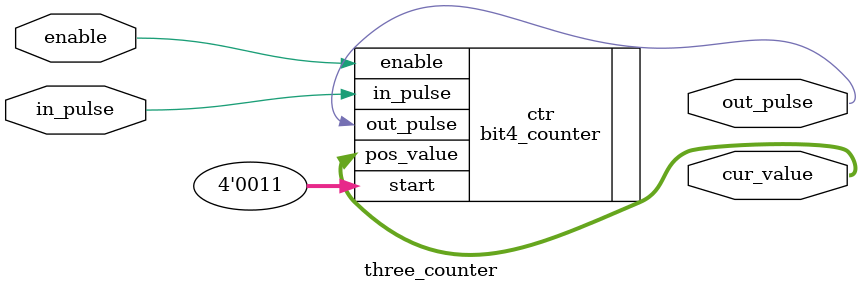
<source format=v>
`include "bit4_counter.v"

/*Counter that counts in this order:
2,1,0,2... on every posedge of in_pulse. 
Outputs a pulse on out_pulse whenever it resets to 0*/
module three_counter(
	input enable,
    input in_pulse,
    output out_pulse,
    output [3:0] cur_value);

	bit4_counter ctr (
		.enable(enable),
		.in_pulse(in_pulse),
		.start(4'd3),
		.out_pulse(out_pulse),
		.pos_value(cur_value));
endmodule
</source>
